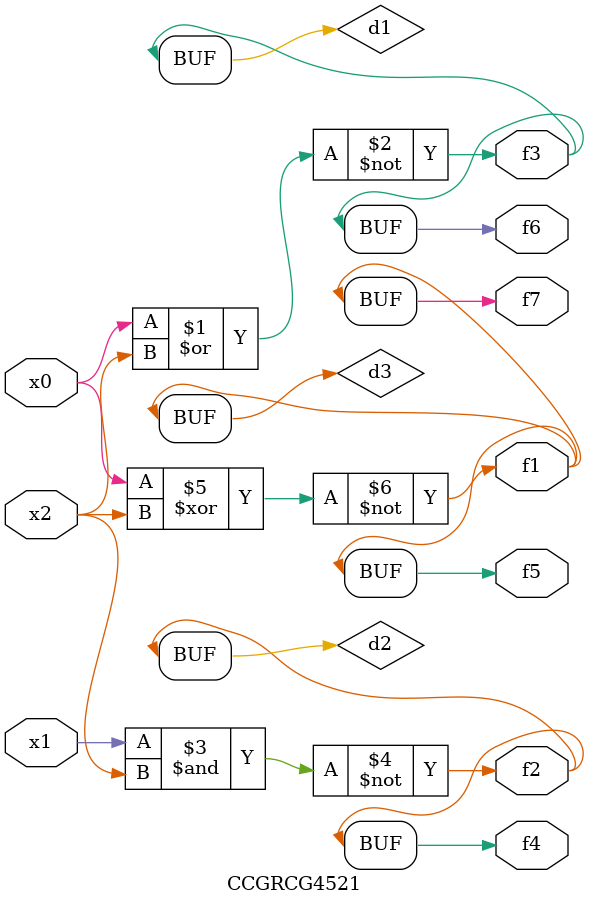
<source format=v>
module CCGRCG4521(
	input x0, x1, x2,
	output f1, f2, f3, f4, f5, f6, f7
);

	wire d1, d2, d3;

	nor (d1, x0, x2);
	nand (d2, x1, x2);
	xnor (d3, x0, x2);
	assign f1 = d3;
	assign f2 = d2;
	assign f3 = d1;
	assign f4 = d2;
	assign f5 = d3;
	assign f6 = d1;
	assign f7 = d3;
endmodule

</source>
